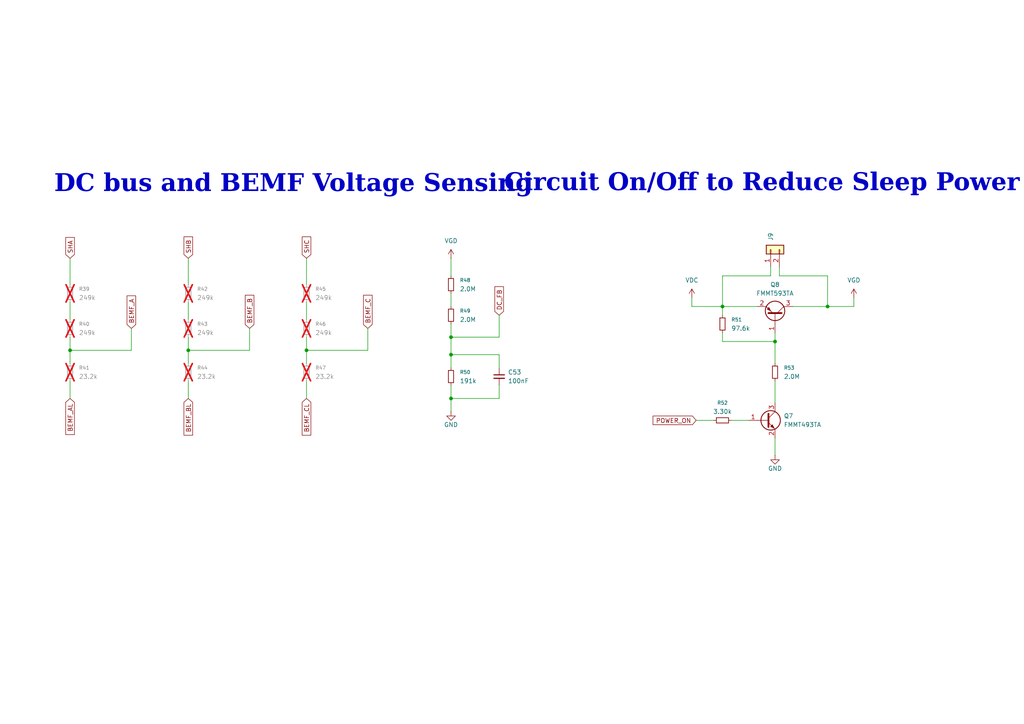
<source format=kicad_sch>
(kicad_sch (version 20250114) (generator "eeschema") (generator_version "9.0")
  (paper "A4")
  (title_block (title "DC BUS & Voltage Sens & On/Off") (date "2025-06-11"))
  (lib_symbols
    (symbol "Connector_Generic:Conn_01x02" (pin_names (offset 1.016) (hide yes))
      (property "Reference" "J" (at 0 2.54 0))
      (property "Value" "Conn_01x02" (at 0 -5.08 0))
      (symbol "Conn_01x02_1_1"
        (rectangle (start -1.27 1.27) (end 1.27 -3.81) (stroke (width 0.254)) (fill (type background)))
        (rectangle (start -1.27 0.127) (end 0 -0.127) (stroke (width 0.1524)))
        (rectangle (start -1.27 -2.413) (end 0 -2.667) (stroke (width 0.1524)))
        (pin passive line (at -5.08 0 0) (length 3.81) (name "Pin_1") (number "1"))
        (pin passive line (at -5.08 -2.54 0) (length 3.81) (name "Pin_2") (number "2"))
      )
    )
    (symbol "Device:C_Small" (pin_numbers (hide yes)) (pin_names (offset 0.254) (hide yes))
      (property "Reference" "C" (at 0.254 1.778 0))
      (property "Value" "C_Small" (at 0.254 -2.032 0))
      (symbol "C_Small_0_1"
        (polyline (pts (xy -1.524 0.508) (xy 1.524 0.508)) (stroke (width 0.3048)))
        (polyline (pts (xy -1.524 -0.508) (xy 1.524 -0.508)) (stroke (width 0.3302)))
      )
      (symbol "C_Small_1_1"
        (pin passive line (at 0 2.54 270) (length 2.032) (name "~") (number "1"))
        (pin passive line (at 0 -2.54 90) (length 2.032) (name "~") (number "2"))
      )
    )
    (symbol "Device:R_Small" (pin_numbers (hide yes)) (pin_names (offset 0.254) (hide yes))
      (property "Reference" "R" (at 0 0 90))
      (property "Value" "R_Small" (at 1.778 0 90))
      (symbol "R_Small_0_1"
        (rectangle (start -0.762 1.778) (end 0.762 -1.778) (stroke (width 0.2032)))
      )
      (symbol "R_Small_1_1"
        (pin passive line (at 0 2.54 270) (length 0.762) (name "~") (number "1"))
        (pin passive line (at 0 -2.54 90) (length 0.762) (name "~") (number "2"))
      )
    )
    (symbol "Transistor_BJT:BC807" (pin_names (offset 0) (hide yes))
      (property "Reference" "Q" (at 5.08 1.905 0))
      (property "Value" "BC807" (at 5.08 0 0))
      (symbol "BC807_0_1"
        (polyline (pts (xy -2.54 0) (xy 0.635 0)))
        (polyline (pts (xy 0.635 1.905) (xy 0.635 -1.905)) (stroke (width 0.508)))
        (polyline (pts (xy 0.635 0.635) (xy 2.54 2.54)))
        (polyline (pts (xy 0.635 -0.635) (xy 2.54 -2.54)))
        (circle (center 1.27 0) (radius 2.8194) (stroke (width 0.254)))
        (polyline (pts (xy 2.286 -1.778) (xy 1.778 -2.286) (xy 1.27 -1.27) (xy 2.286 -1.778)) (fill (type outline)))
      )
      (symbol "BC807_1_1"
        (pin input line (at -5.08 0 0) (length 2.54) (name "B") (number "1"))
        (pin passive line (at 2.54 5.08 270) (length 2.54) (name "C") (number "3"))
        (pin passive line (at 2.54 -5.08 90) (length 2.54) (name "E") (number "2"))
      )
    )
    (symbol "Transistor_BJT:PMBT2222A" (pin_names (offset 0) (hide yes))
      (property "Reference" "Q" (at 5.08 1.905 0))
      (property "Value" "PMBT2222A" (at 5.08 0 0))
      (symbol "PMBT2222A_0_1"
        (polyline (pts (xy -2.54 0) (xy 0.635 0)))
        (polyline (pts (xy 0.635 1.905) (xy 0.635 -1.905)) (stroke (width 0.508)))
        (circle (center 1.27 0) (radius 2.8194) (stroke (width 0.254)))
      )
      (symbol "PMBT2222A_1_1"
        (polyline (pts (xy 0.635 0.635) (xy 2.54 2.54)))
        (polyline (pts (xy 0.635 -0.635) (xy 2.54 -2.54)))
        (polyline (pts (xy 1.27 -1.778) (xy 1.778 -1.27) (xy 2.286 -2.286) (xy 1.27 -1.778)) (fill (type outline)))
        (pin input line (at -5.08 0 0) (length 2.54) (name "B") (number "1"))
        (pin passive line (at 2.54 5.08 270) (length 2.54) (name "C") (number "3"))
        (pin passive line (at 2.54 -5.08 90) (length 2.54) (name "E") (number "2"))
      )
    )
    (symbol "power:+15V" (power) (pin_numbers (hide yes)) (pin_names (offset 0) (hide yes))
      (property "Value" "+15V" (at 0 3.556 0))
      (symbol "+15V_0_1"
        (polyline (pts (xy -0.762 1.27) (xy 0 2.54)))
        (polyline (pts (xy 0 2.54) (xy 0.762 1.27)))
        (polyline (pts (xy 0 0) (xy 0 2.54)))
      )
      (symbol "+15V_1_1"
        (pin power_in line (at 0 0 90) (length 0) (name "~") (number "1"))
      )
    )
    (symbol "power:GND" (power) (pin_numbers (hide yes)) (pin_names (offset 0) (hide yes))
      (property "Value" "GND" (at 0 -3.81 0))
      (symbol "GND_0_1"
        (polyline (pts (xy 0 0) (xy 0 -1.27) (xy 1.27 -1.27) (xy 0 -2.54) (xy -1.27 -1.27) (xy 0 -1.27)))
      )
      (symbol "GND_1_1"
        (pin power_in line (at 0 0 270) (length 0) (name "~") (number "1"))
      )
    )
  )
  (text "DC bus and BEMF Voltage Sensing" (at 85.09 54.864 0) (effects (font (size 5.08 5.08) (bold yes))))
  (text "Circuit On/Off to Reduce Sleep Power\n" (at 220.98 54.61 0) (effects (font (size 5.08 5.08) (bold yes))))
  (junction (at 130.81 115.57))
  (junction (at 130.81 97.79))
  (junction (at 224.79 99.06))
  (junction (at 209.55 88.9))
  (junction (at 240.03 88.9))
  (junction (at 20.32 101.6))
  (junction (at 88.9 101.6))
  (junction (at 130.81 102.87))
  (junction (at 54.61 101.6))
  (wire (pts (xy 224.79 116.84) (xy 224.79 110.49)))
  (wire (pts (xy 223.52 80.01) (xy 209.55 80.01)))
  (wire (pts (xy 209.55 96.52) (xy 209.55 99.06)))
  (wire (pts (xy 226.06 80.01) (xy 240.03 80.01)))
  (wire (pts (xy 130.81 93.98) (xy 130.81 97.79)))
  (wire (pts (xy 130.81 115.57) (xy 130.81 111.76)))
  (wire (pts (xy 200.66 88.9) (xy 200.66 86.36)))
  (wire (pts (xy 212.09 121.92) (xy 217.17 121.92)))
  (wire (pts (xy 20.32 82.55) (xy 20.32 74.93)))
  (wire (pts (xy 38.1 101.6) (xy 20.32 101.6)))
  (wire (pts (xy 209.55 80.01) (xy 209.55 88.9)))
  (wire (pts (xy 72.39 101.6) (xy 54.61 101.6)))
  (wire (pts (xy 20.32 101.6) (xy 20.32 97.79)))
  (wire (pts (xy 247.65 86.36) (xy 247.65 88.9)))
  (wire (pts (xy 38.1 95.25) (xy 38.1 101.6)))
  (wire (pts (xy 88.9 105.41) (xy 88.9 101.6)))
  (wire (pts (xy 209.55 88.9) (xy 200.66 88.9)))
  (wire (pts (xy 130.81 102.87) (xy 130.81 106.68)))
  (wire (pts (xy 88.9 82.55) (xy 88.9 74.93)))
  (wire (pts (xy 20.32 110.49) (xy 20.32 115.57)))
  (wire (pts (xy 130.81 88.9) (xy 130.81 85.09)))
  (wire (pts (xy 144.78 111.76) (xy 144.78 115.57)))
  (wire (pts (xy 247.65 88.9) (xy 240.03 88.9)))
  (wire (pts (xy 54.61 110.49) (xy 54.61 115.57)))
  (wire (pts (xy 88.9 92.71) (xy 88.9 87.63)))
  (wire (pts (xy 240.03 80.01) (xy 240.03 88.9)))
  (wire (pts (xy 130.81 97.79) (xy 130.81 102.87)))
  (wire (pts (xy 144.78 106.68) (xy 144.78 102.87)))
  (wire (pts (xy 20.32 92.71) (xy 20.32 87.63)))
  (wire (pts (xy 240.03 88.9) (xy 229.87 88.9)))
  (wire (pts (xy 144.78 91.44) (xy 144.78 97.79)))
  (wire (pts (xy 201.93 121.92) (xy 207.01 121.92)))
  (wire (pts (xy 20.32 105.41) (xy 20.32 101.6)))
  (wire (pts (xy 226.06 77.47) (xy 226.06 80.01)))
  (wire (pts (xy 130.81 115.57) (xy 144.78 115.57)))
  (wire (pts (xy 54.61 92.71) (xy 54.61 87.63)))
  (wire (pts (xy 130.81 119.38) (xy 130.81 115.57)))
  (wire (pts (xy 224.79 99.06) (xy 224.79 96.52)))
  (wire (pts (xy 144.78 97.79) (xy 130.81 97.79)))
  (wire (pts (xy 223.52 77.47) (xy 223.52 80.01)))
  (wire (pts (xy 224.79 132.08) (xy 224.79 127)))
  (wire (pts (xy 106.68 101.6) (xy 88.9 101.6)))
  (wire (pts (xy 72.39 95.25) (xy 72.39 101.6)))
  (wire (pts (xy 144.78 102.87) (xy 130.81 102.87)))
  (wire (pts (xy 106.68 95.25) (xy 106.68 101.6)))
  (wire (pts (xy 219.71 88.9) (xy 209.55 88.9)))
  (wire (pts (xy 54.61 82.55) (xy 54.61 74.93)))
  (wire (pts (xy 54.61 101.6) (xy 54.61 97.79)))
  (wire (pts (xy 54.61 105.41) (xy 54.61 101.6)))
  (wire (pts (xy 209.55 99.06) (xy 224.79 99.06)))
  (wire (pts (xy 224.79 99.06) (xy 224.79 105.41)))
  (wire (pts (xy 130.81 74.93) (xy 130.81 80.01)))
  (wire (pts (xy 209.55 91.44) (xy 209.55 88.9)))
  (wire (pts (xy 88.9 110.49) (xy 88.9 115.57)))
  (wire (pts (xy 88.9 101.6) (xy 88.9 97.79)))
  (global_label "BEMF_B" (shape input) (at 72.39 95.25 90) (property "Intersheetrefs" "${INTERSHEET_REFS}" (effects (hide yes))))
  (global_label "BEMF_A" (shape input) (at 38.1 95.25 90) (property "Intersheetrefs" "${INTERSHEET_REFS}" (effects (hide yes))))
  (global_label "SHC" (shape input) (at 88.9 74.93 90) (property "Intersheetrefs" "${INTERSHEET_REFS}" (effects (hide yes))))
  (global_label "BEMF_CL" (shape input) (at 88.9 115.57 270) (property "Intersheetrefs" "${INTERSHEET_REFS}" (effects (hide yes))))
  (global_label "POWER_ON" (shape input) (at 201.93 121.92 180) (property "Intersheetrefs" "${INTERSHEET_REFS}" (effects (hide yes))))
  (global_label "SHA" (shape input) (at 20.32 74.93 90) (property "Intersheetrefs" "${INTERSHEET_REFS}" (effects (hide yes))))
  (global_label "BEMF_BL" (shape input) (at 54.61 115.57 270) (property "Intersheetrefs" "${INTERSHEET_REFS}" (effects (hide yes))))
  (global_label "SHB" (shape input) (at 54.61 74.93 90) (property "Intersheetrefs" "${INTERSHEET_REFS}" (effects (hide yes))))
  (global_label "DC_FB" (shape input) (at 144.78 91.44 90) (property "Intersheetrefs" "${INTERSHEET_REFS}" (effects (hide yes))))
  (global_label "BEMF_AL" (shape input) (at 20.32 115.57 270) (property "Intersheetrefs" "${INTERSHEET_REFS}" (effects (hide yes))))
  (global_label "BEMF_C" (shape input) (at 106.68 95.25 90) (property "Intersheetrefs" "${INTERSHEET_REFS}" (effects (hide yes))))
  (symbol (lib_id "Device:R_Small") (at 130.81 82.55 180) (unit 1)
    (property "Reference" "R48" (at 133.35 81.2799 0) (effects (font (size 1.016 1.016)) (justify right)))
    (property "Value" "2.0M" (at 133.35 83.8199 0) (effects (justify right)))
    (property "Footprint" "Resistor_SMD:R_0603_1608Metric" (effects (hide yes)))
    (property "Description" "Resistor, small symbol" (effects (hide yes)))
  )
  (symbol (lib_id "Connector_Generic:Conn_01x02") (at 223.52 72.39 90) (unit 1)
    (property "Reference" "J9" (at 223.5199 69.85 0) (effects (justify left)))
    (property "Value" "Conn_01x02" (effects (hide yes)))
    (property "Footprint" "Connector_PinHeader_2.54mm:PinHeader_1x02_P2.54mm_Vertical" (effects (hide yes)))
    (property "Description" "Generic connector, single row, 01x02, script generated (kicad-library-utils/schlib/autogen/connector/)" (effects (hide yes)))
  )
  (symbol (lib_id "Transistor_BJT:PMBT2222A") (at 222.25 121.92 0) (unit 1)
    (property "Reference" "Q7" (at 227.33 120.6499 0) (effects (justify left)))
    (property "Value" "FMMT493TA" (at 227.33 123.1899 0) (effects (justify left)))
    (property "Footprint" "Package_TO_SOT_SMD:SOT-23" (effects (hide yes)))
    (property "Datasheet" "https://assets.nexperia.com/documents/data-sheet/PMBT2222A.pdf" (effects (hide yes)))
    (property "Description" "600mA Ic, 40V Vce, NPN Transistor, SOT-23" (effects (hide yes)))
  )
  (symbol (lib_id "Device:R_Small") (at 54.61 107.95 180) (unit 1) (dnp yes)
    (property "Reference" "R44" (at 57.15 106.6799 0) (effects (font (size 1.016 1.016)) (justify right)))
    (property "Value" "23.2k" (at 57.15 109.2199 0) (effects (justify right)))
    (property "Footprint" "Resistor_SMD:R_0603_1608Metric" (effects (hide yes)))
    (property "Description" "Resistor, small symbol" (effects (hide yes)))
  )
  (symbol (lib_id "Device:R_Small") (at 54.61 95.25 180) (unit 1) (dnp yes)
    (property "Reference" "R43" (at 57.15 93.9799 0) (effects (font (size 1.016 1.016)) (justify right)))
    (property "Value" "249k" (at 57.15 96.5199 0) (effects (justify right)))
    (property "Footprint" "Resistor_SMD:R_0603_1608Metric" (effects (hide yes)))
    (property "Description" "Resistor, small symbol" (effects (hide yes)))
  )
  (symbol (lib_id "power:+15V") (at 247.65 86.36 0) (unit 1)
    (property "Reference" "#PWR067" (effects (hide yes)))
    (property "Value" "VGD" (at 247.65 81.28 0))
    (property "Description" "Power symbol creates a global label with name \"+15V\"" (effects (hide yes)))
  )
  (symbol (lib_id "Device:R_Small") (at 209.55 121.92 270) (unit 1)
    (property "Reference" "R52" (at 209.55 116.84 90) (effects (font (size 1.016 1.016))))
    (property "Value" "3.30k" (at 209.55 119.38 90))
    (property "Footprint" "Resistor_SMD:R_0603_1608Metric" (effects (hide yes)))
    (property "Description" "Resistor, small symbol" (effects (hide yes)))
  )
  (symbol (lib_id "power:+15V") (at 200.66 86.36 0) (unit 1)
    (property "Reference" "#PWR065" (effects (hide yes)))
    (property "Value" "VDC" (at 200.66 81.28 0))
    (property "Description" "Power symbol creates a global label with name \"+15V\"" (effects (hide yes)))
  )
  (symbol (lib_id "Device:R_Small") (at 88.9 85.09 180) (unit 1) (dnp yes)
    (property "Reference" "R45" (at 91.44 83.8199 0) (effects (font (size 1.016 1.016)) (justify right)))
    (property "Value" "249k" (at 91.44 86.3599 0) (effects (justify right)))
    (property "Footprint" "Resistor_SMD:R_0603_1608Metric" (effects (hide yes)))
    (property "Description" "Resistor, small symbol" (effects (hide yes)))
  )
  (symbol (lib_id "Device:R_Small") (at 130.81 109.22 180) (unit 1)
    (property "Reference" "R50" (at 133.35 107.9499 0) (effects (font (size 1.016 1.016)) (justify right)))
    (property "Value" "191k" (at 133.35 110.4899 0) (effects (justify right)))
    (property "Footprint" "Resistor_SMD:R_0603_1608Metric" (effects (hide yes)))
    (property "Description" "Resistor, small symbol" (effects (hide yes)))
  )
  (symbol (lib_id "Device:R_Small") (at 54.61 85.09 180) (unit 1) (dnp yes)
    (property "Reference" "R42" (at 57.15 83.8199 0) (effects (font (size 1.016 1.016)) (justify right)))
    (property "Value" "249k" (at 57.15 86.3599 0) (effects (justify right)))
    (property "Footprint" "Resistor_SMD:R_0603_1608Metric" (effects (hide yes)))
    (property "Description" "Resistor, small symbol" (effects (hide yes)))
  )
  (symbol (lib_id "Device:R_Small") (at 88.9 95.25 180) (unit 1) (dnp yes)
    (property "Reference" "R46" (at 91.44 93.9799 0) (effects (font (size 1.016 1.016)) (justify right)))
    (property "Value" "249k" (at 91.44 96.5199 0) (effects (justify right)))
    (property "Footprint" "Resistor_SMD:R_0603_1608Metric" (effects (hide yes)))
    (property "Description" "Resistor, small symbol" (effects (hide yes)))
  )
  (symbol (lib_id "Device:R_Small") (at 130.81 91.44 180) (unit 1)
    (property "Reference" "R49" (at 133.35 90.1699 0) (effects (font (size 1.016 1.016)) (justify right)))
    (property "Value" "2.0M" (at 133.35 92.7099 0) (effects (justify right)))
    (property "Footprint" "Resistor_SMD:R_0603_1608Metric" (effects (hide yes)))
    (property "Description" "Resistor, small symbol" (effects (hide yes)))
  )
  (symbol (lib_id "power:GND") (at 224.79 132.08 0) (unit 1)
    (property "Reference" "#PWR066" (effects (hide yes)))
    (property "Value" "GND" (at 224.79 135.89 0))
    (property "Description" "Power symbol creates a global label with name \"GND\" , ground" (effects (hide yes)))
  )
  (symbol (lib_id "Device:R_Small") (at 224.79 107.95 0) (unit 1)
    (property "Reference" "R53" (at 227.33 106.6799 0) (effects (font (size 1.016 1.016)) (justify left)))
    (property "Value" "2.0M" (at 227.33 109.2199 0) (effects (justify left)))
    (property "Footprint" "Resistor_SMD:R_0603_1608Metric" (effects (hide yes)))
    (property "Description" "Resistor, small symbol" (effects (hide yes)))
  )
  (symbol (lib_id "Device:R_Small") (at 209.55 93.98 180) (unit 1)
    (property "Reference" "R51" (at 212.09 92.7099 0) (effects (font (size 1.016 1.016)) (justify right)))
    (property "Value" "97.6k" (at 212.09 95.2499 0) (effects (justify right)))
    (property "Footprint" "Resistor_SMD:R_0603_1608Metric" (effects (hide yes)))
    (property "Description" "Resistor, small symbol" (effects (hide yes)))
  )
  (symbol (lib_id "Device:R_Small") (at 20.32 107.95 180) (unit 1) (dnp yes)
    (property "Reference" "R41" (at 22.86 106.6799 0) (effects (font (size 1.016 1.016)) (justify right)))
    (property "Value" "23.2k" (at 22.86 109.2199 0) (effects (justify right)))
    (property "Footprint" "Resistor_SMD:R_0603_1608Metric" (effects (hide yes)))
    (property "Description" "Resistor, small symbol" (effects (hide yes)))
  )
  (symbol (lib_id "Device:R_Small") (at 20.32 95.25 180) (unit 1) (dnp yes)
    (property "Reference" "R40" (at 22.86 93.9799 0) (effects (font (size 1.016 1.016)) (justify right)))
    (property "Value" "249k" (at 22.86 96.5199 0) (effects (justify right)))
    (property "Footprint" "Resistor_SMD:R_0603_1608Metric" (effects (hide yes)))
    (property "Description" "Resistor, small symbol" (effects (hide yes)))
  )
  (symbol (lib_id "power:GND") (at 130.81 119.38 0) (unit 1)
    (property "Reference" "#PWR064" (effects (hide yes)))
    (property "Value" "GND" (at 130.81 123.19 0))
    (property "Description" "Power symbol creates a global label with name \"GND\" , ground" (effects (hide yes)))
  )
  (symbol (lib_id "Device:R_Small") (at 20.32 85.09 180) (unit 1) (dnp yes)
    (property "Reference" "R39" (at 22.86 83.8199 0) (effects (font (size 1.016 1.016)) (justify right)))
    (property "Value" "249k" (at 22.86 86.3599 0) (effects (justify right)))
    (property "Footprint" "Resistor_SMD:R_0603_1608Metric" (effects (hide yes)))
    (property "Description" "Resistor, small symbol" (effects (hide yes)))
  )
  (symbol (lib_id "power:+15V") (at 130.81 74.93 0) (unit 1)
    (property "Reference" "#PWR063" (effects (hide yes)))
    (property "Value" "VGD" (at 130.81 69.85 0))
    (property "Description" "Power symbol creates a global label with name \"+15V\"" (effects (hide yes)))
  )
  (symbol (lib_id "Device:C_Small") (at 144.78 109.22 0) (unit 1)
    (property "Reference" "C53" (at 147.32 107.9562 0) (effects (justify left)))
    (property "Value" "100nF" (at 147.32 110.4962 0) (effects (justify left)))
    (property "Footprint" "Capacitor_SMD:C_0603_1608Metric" (effects (hide yes)))
    (property "Description" "Unpolarized capacitor, small symbol" (effects (hide yes)))
  )
  (symbol (lib_id "Device:R_Small") (at 88.9 107.95 180) (unit 1) (dnp yes)
    (property "Reference" "R47" (at 91.44 106.6799 0) (effects (font (size 1.016 1.016)) (justify right)))
    (property "Value" "23.2k" (at 91.44 109.2199 0) (effects (justify right)))
    (property "Footprint" "Resistor_SMD:R_0603_1608Metric" (effects (hide yes)))
    (property "Description" "Resistor, small symbol" (effects (hide yes)))
  )
  (symbol (lib_id "Transistor_BJT:BC807") (at 224.79 91.44 270) (mirror x) (unit 1)
    (property "Reference" "Q8" (at 224.79 82.55 90))
    (property "Value" "FMMT593TA" (at 224.79 85.09 90))
    (property "Footprint" "Package_TO_SOT_SMD:SOT-23" (effects (hide yes)))
    (property "Datasheet" "https://www.onsemi.com/pub/Collateral/BC808-D.pdf" (effects (hide yes)))
    (property "Description" "0.8A Ic, 45V Vce, PNP Transistor, SOT-23" (effects (hide yes)))
  )
)
</source>
